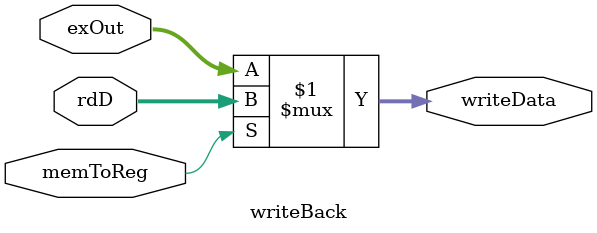
<source format=v>
module writeBack(rdD,writeData,exOut,memToReg);
input [15:0] rdD,exOut;
input memToReg;

output [15:0] writeData;

assign writeData = memToReg ? rdD : exOut;

endmodule

</source>
